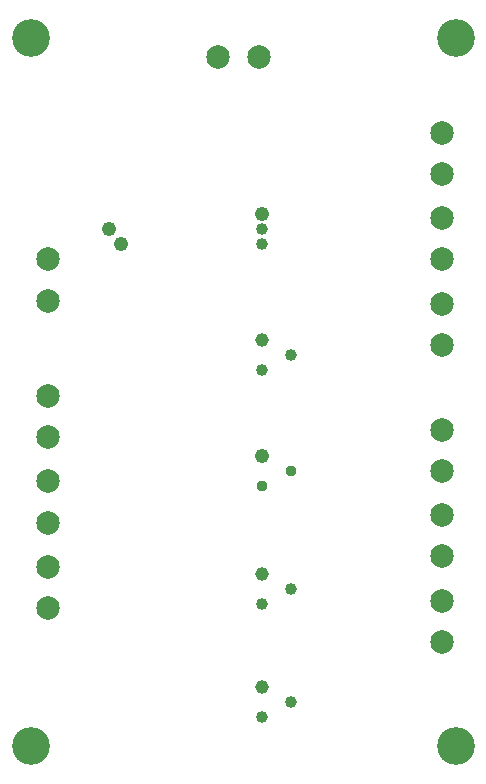
<source format=gbr>
G04 EAGLE Gerber RS-274X export*
G75*
%MOMM*%
%FSLAX34Y34*%
%LPD*%
%INSoldermask Bottom*%
%IPPOS*%
%AMOC8*
5,1,8,0,0,1.08239X$1,22.5*%
G01*
%ADD10C,3.203200*%
%ADD11C,1.993900*%
%ADD12C,1.209600*%
%ADD13C,1.009600*%
%ADD14C,0.959600*%
%ADD15C,1.159600*%


D10*
X50000Y650000D03*
X50000Y50000D03*
X410160Y650000D03*
X410160Y50000D03*
D11*
X64770Y462280D03*
X64770Y427228D03*
X64770Y346710D03*
X64770Y311658D03*
X64770Y274320D03*
X64770Y239268D03*
X398780Y210820D03*
X398780Y245872D03*
X398780Y283210D03*
X398780Y318262D03*
X398780Y389890D03*
X398780Y424942D03*
X398780Y462280D03*
X398780Y497332D03*
X398780Y534670D03*
X398780Y569722D03*
X243840Y633440D03*
X208788Y633440D03*
X64770Y201930D03*
X64770Y166878D03*
X398780Y138430D03*
X398780Y173482D03*
D12*
X246380Y500380D03*
D13*
X246380Y474980D03*
D12*
X127000Y474980D03*
D13*
X246380Y368300D03*
D14*
X246380Y270510D03*
D13*
X246380Y170180D03*
X246380Y74930D03*
D12*
X116840Y487680D03*
D13*
X246380Y487680D03*
X270510Y381000D03*
D14*
X270510Y283210D03*
D13*
X270510Y182880D03*
X270510Y87630D03*
D15*
X246380Y393700D03*
X246380Y100330D03*
D12*
X246380Y295910D03*
D15*
X246380Y195580D03*
M02*

</source>
